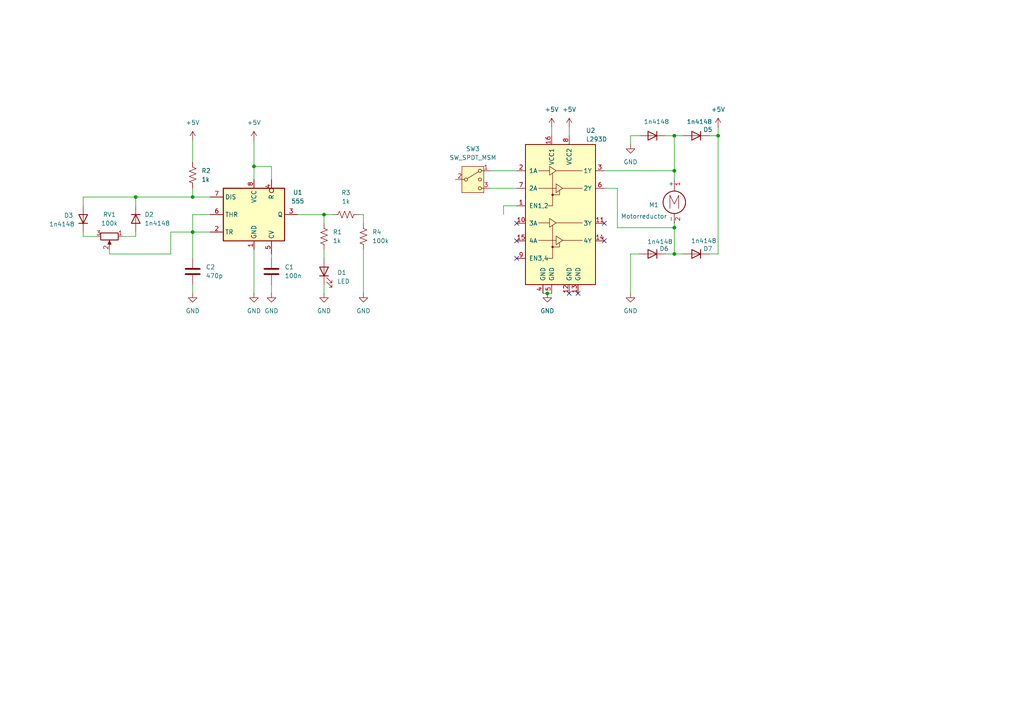
<source format=kicad_sch>
(kicad_sch (version 20250114) (generator "eeschema") (generator_version "9.0")
  (paper "A4")
  (lib_symbols
    (symbol "555_ordenado:555_wellOriented"
      (property "Reference" "U" (at 0 1.27 0))
      (property "Value" "555" (at 0 -0.762 0))
      (symbol "555_wellOriented_0_0"
        (pin power_in line (at 0 10.16 270) (length 2.54) (name "VCC") (number "8"))
        (pin power_in line (at 0 -10.16 90) (length 2.54) (name "GND") (number "1"))
      )
      (symbol "555_wellOriented_0_1"
        (rectangle (start -8.89 -7.62) (end 8.89 7.62) (stroke (width 0.254)) (fill (type background)))
        (rectangle (start -8.89 -7.62) (end 8.89 7.62) (stroke (width 0.254)) (fill (type background)))
      )
      (symbol "555_wellOriented_1_1"
        (pin input line (at -12.7 5.08 0) (length 3.81) (name "DIS") (number "7"))
        (pin input line (at -12.7 0 0) (length 3.81) (name "THR") (number "6"))
        (pin input line (at -12.7 -5.08 0) (length 3.81) (name "TR") (number "2"))
        (pin input inverted (at 5.08 10.16 270) (length 3.81) (name "R") (number "4"))
        (pin input line (at 5.08 -11.43 90) (length 3.81) (name "CV") (number "5"))
        (pin output line (at 12.7 0 180) (length 3.81) (name "Q") (number "3"))
      )
    )
    (symbol "Device:C" (pin_numbers (hide yes)) (pin_names (offset 0.254))
      (property "Reference" "C" (at 0.635 2.54 0))
      (property "Value" "C" (at 0.635 -2.54 0))
      (symbol "C_0_1"
        (polyline (pts (xy -2.032 0.762) (xy 2.032 0.762)) (stroke (width 0.508)))
        (polyline (pts (xy -2.032 -0.762) (xy 2.032 -0.762)) (stroke (width 0.508)))
      )
      (symbol "C_1_1"
        (pin passive line (at 0 3.81 270) (length 2.794) (name "~") (number "1"))
        (pin passive line (at 0 -3.81 90) (length 2.794) (name "~") (number "2"))
      )
    )
    (symbol "Device:LED" (pin_numbers (hide yes)) (pin_names (offset 1.016) (hide yes))
      (property "Reference" "D" (at 0 2.54 0))
      (property "Value" "LED" (at 0 -2.54 0))
      (symbol "LED_0_1"
        (polyline (pts (xy -3.048 -0.762) (xy -4.572 -2.286) (xy -3.81 -2.286) (xy -4.572 -2.286) (xy -4.572 -1.524)))
        (polyline (pts (xy -1.778 -0.762) (xy -3.302 -2.286) (xy -2.54 -2.286) (xy -3.302 -2.286) (xy -3.302 -1.524)))
        (polyline (pts (xy -1.27 0) (xy 1.27 0)))
        (polyline (pts (xy -1.27 -1.27) (xy -1.27 1.27)) (stroke (width 0.254)))
        (polyline (pts (xy 1.27 -1.27) (xy 1.27 1.27) (xy -1.27 0) (xy 1.27 -1.27)) (stroke (width 0.254)))
      )
      (symbol "LED_1_1"
        (pin passive line (at -3.81 0 0) (length 2.54) (name "K") (number "1"))
        (pin passive line (at 3.81 0 180) (length 2.54) (name "A") (number "2"))
      )
    )
    (symbol "Device:R_Potentiometer" (pin_names (offset 1.016) (hide yes))
      (property "Reference" "RV" (at -4.445 0 90))
      (property "Value" "R_Potentiometer" (at -2.54 0 90))
      (symbol "R_Potentiometer_0_1"
        (rectangle (start 1.016 2.54) (end -1.016 -2.54) (stroke (width 0.254)))
        (polyline (pts (xy 1.143 0) (xy 2.286 0.508) (xy 2.286 -0.508) (xy 1.143 0)) (fill (type outline)))
        (polyline (pts (xy 2.54 0) (xy 1.524 0)))
      )
      (symbol "R_Potentiometer_1_1"
        (pin passive line (at 0 3.81 270) (length 1.27) (name "1") (number "1"))
        (pin passive line (at 0 -3.81 90) (length 1.27) (name "3") (number "3"))
        (pin passive line (at 3.81 0 180) (length 1.27) (name "2") (number "2"))
      )
    )
    (symbol "Device:R_US" (pin_numbers (hide yes)) (pin_names (offset 0))
      (property "Reference" "R" (at 2.54 0 90))
      (property "Value" "R_US" (at -2.54 0 90))
      (symbol "R_US_0_1"
        (polyline (pts (xy 0 2.286) (xy 0 2.54)))
        (polyline (pts (xy 0 2.286) (xy 1.016 1.905) (xy 0 1.524) (xy -1.016 1.143) (xy 0 0.762)))
        (polyline (pts (xy 0 0.762) (xy 1.016 0.381) (xy 0 0) (xy -1.016 -0.381) (xy 0 -0.762)))
        (polyline (pts (xy 0 -0.762) (xy 1.016 -1.143) (xy 0 -1.524) (xy -1.016 -1.905) (xy 0 -2.286)))
        (polyline (pts (xy 0 -2.286) (xy 0 -2.54)))
      )
      (symbol "R_US_1_1"
        (pin passive line (at 0 3.81 270) (length 1.27) (name "~") (number "1"))
        (pin passive line (at 0 -3.81 90) (length 1.27) (name "~") (number "2"))
      )
    )
    (symbol "Diode:1N4148WT" (pin_numbers (hide yes)) (pin_names (hide yes))
      (property "Reference" "D" (at 0 2.54 0))
      (property "Value" "1N4148WT" (at 0 -2.54 0))
      (symbol "1N4148WT_0_1"
        (polyline (pts (xy -1.27 1.27) (xy -1.27 -1.27)) (stroke (width 0.254)))
        (polyline (pts (xy 1.27 1.27) (xy 1.27 -1.27) (xy -1.27 0) (xy 1.27 1.27)) (stroke (width 0.254)))
        (polyline (pts (xy 1.27 0) (xy -1.27 0)))
      )
      (symbol "1N4148WT_1_1"
        (pin passive line (at -3.81 0 0) (length 2.54) (name "K") (number "1"))
        (pin passive line (at 3.81 0 180) (length 2.54) (name "A") (number "2"))
      )
    )
    (symbol "Driver_Motor:L293D" (pin_names (offset 1.016))
      (property "Reference" "U" (at -5.08 26.035 0))
      (property "Value" "L293D" (at -5.08 24.13 0))
      (symbol "L293D_0_1"
        (rectangle (start -10.16 22.86) (end 10.16 -17.78) (stroke (width 0.254)) (fill (type background)))
        (polyline (pts (xy -6.35 15.24) (xy -3.175 15.24)))
        (polyline (pts (xy -6.35 10.16) (xy -1.27 10.16)))
        (polyline (pts (xy -6.35 0.127) (xy -3.175 0.127)))
        (polyline (pts (xy -6.35 -4.953) (xy -1.27 -4.953)))
        (polyline (pts (xy -3.175 16.51) (xy -3.175 13.97) (xy -1.27 15.24) (xy -3.175 16.51)))
        (polyline (pts (xy -3.175 1.397) (xy -3.175 -1.143) (xy -1.27 0.127) (xy -3.175 1.397)))
        (polyline (pts (xy -2.286 14.478) (xy -2.286 5.08) (xy -3.556 5.08)))
        (circle (center -2.286 8.255) (radius 0.254) (fill (type outline)))
        (polyline (pts (xy -2.286 8.255) (xy -0.254 8.255) (xy -0.254 9.525)))
        (polyline (pts (xy -2.286 -0.635) (xy -2.286 -10.16) (xy -3.556 -10.16)))
        (circle (center -2.286 -6.858) (radius 0.254) (fill (type outline)))
        (polyline (pts (xy -2.286 -6.858) (xy -0.254 -6.858) (xy -0.254 -5.588)))
        (polyline (pts (xy -1.27 15.24) (xy 6.35 15.24)))
        (polyline (pts (xy -1.27 11.43) (xy -1.27 8.89) (xy 0.635 10.16) (xy -1.27 11.43)))
        (polyline (pts (xy -1.27 0.127) (xy 6.35 0.127)))
        (polyline (pts (xy -1.27 -3.683) (xy -1.27 -6.223) (xy 0.635 -4.953) (xy -1.27 -3.683)))
        (polyline (pts (xy 0.635 10.16) (xy 6.35 10.16)))
        (polyline (pts (xy 0.635 -4.953) (xy 6.35 -4.953)))
      )
      (symbol "L293D_1_1"
        (pin input line (at -12.7 15.24 0) (length 2.54) (name "1A") (number "2"))
        (pin input line (at -12.7 10.16 0) (length 2.54) (name "2A") (number "7"))
        (pin input line (at -12.7 5.08 0) (length 2.54) (name "EN1,2") (number "1"))
        (pin input line (at -12.7 0 0) (length 2.54) (name "3A") (number "10"))
        (pin input line (at -12.7 -5.08 0) (length 2.54) (name "4A") (number "15"))
        (pin input line (at -12.7 -10.16 0) (length 2.54) (name "EN3,4") (number "9"))
        (pin power_in line (at -5.08 -20.32 90) (length 2.54) (name "GND") (number "4"))
        (pin power_in line (at -2.54 25.4 270) (length 2.54) (name "VCC1") (number "16"))
        (pin power_in line (at -2.54 -20.32 90) (length 2.54) (name "GND") (number "5"))
        (pin power_in line (at 2.54 25.4 270) (length 2.54) (name "VCC2") (number "8"))
        (pin power_in line (at 2.54 -20.32 90) (length 2.54) (name "GND") (number "12"))
        (pin power_in line (at 5.08 -20.32 90) (length 2.54) (name "GND") (number "13"))
        (pin output line (at 12.7 15.24 180) (length 2.54) (name "1Y") (number "3"))
        (pin output line (at 12.7 10.16 180) (length 2.54) (name "2Y") (number "6"))
        (pin output line (at 12.7 0 180) (length 2.54) (name "3Y") (number "11"))
        (pin output line (at 12.7 -5.08 180) (length 2.54) (name "4Y") (number "14"))
      )
    )
    (symbol "Motor:Motor_DC" (pin_names (offset 0))
      (property "Reference" "M" (at 2.54 2.54 0))
      (property "Value" "Motor_DC" (at 2.54 -5.08 0))
      (symbol "Motor_DC_0_0"
        (polyline (pts (xy -1.27 -3.302) (xy -1.27 0.508) (xy 0 -2.032) (xy 1.27 0.508) (xy 1.27 -3.302)))
      )
      (symbol "Motor_DC_0_1"
        (polyline (pts (xy 0 2.032) (xy 0 2.54)))
        (polyline (pts (xy 0 1.7272) (xy 0 2.0828)))
        (circle (center 0 -1.524) (radius 3.2512) (stroke (width 0.254)))
        (polyline (pts (xy 0 -4.7752) (xy 0 -5.1816)))
        (polyline (pts (xy 0 -7.62) (xy 0 -7.112)))
      )
      (symbol "Motor_DC_1_1"
        (pin passive line (at 0 5.08 270) (length 2.54) (name "+") (number "1"))
        (pin passive line (at 0 -7.62 90) (length 2.54) (name "-") (number "2"))
      )
    )
    (symbol "Switch:SW_SPDT_MSM" (pin_names (offset 0) (hide yes))
      (property "Reference" "SW" (at 0 5.08 0))
      (property "Value" "SW_SPDT_MSM" (at 0 -5.08 0))
      (symbol "SW_SPDT_MSM_0_1"
        (circle (center -2.032 0) (radius 0.4572))
        (polyline (pts (xy -1.651 0.254) (xy 1.651 2.286)))
        (circle (center 2.032 2.54) (radius 0.4572))
        (circle (center 2.032 0) (radius 0.4572))
        (circle (center 2.032 -2.54) (radius 0.4572))
      )
      (symbol "SW_SPDT_MSM_1_1"
        (rectangle (start -3.175 3.81) (end 3.175 -3.81) (fill (type background)))
        (pin passive line (at -5.08 0 0) (length 2.54) (name "3") (number "2"))
        (pin passive line (at 5.08 2.54 180) (length 2.54) (name "1") (number "1"))
        (pin passive line (at 5.08 -2.54 180) (length 2.54) (name "4") (number "3"))
      )
    )
    (symbol "power:+5V" (power) (pin_numbers (hide yes)) (pin_names (offset 0) (hide yes))
      (property "Value" "+5V" (at 0 3.556 0))
      (symbol "+5V_0_1"
        (polyline (pts (xy -0.762 1.27) (xy 0 2.54)))
        (polyline (pts (xy 0 2.54) (xy 0.762 1.27)))
        (polyline (pts (xy 0 0) (xy 0 2.54)))
      )
      (symbol "+5V_1_1"
        (pin power_in line (at 0 0 90) (length 0) (name "~") (number "1"))
      )
    )
    (symbol "power:GND" (power) (pin_numbers (hide yes)) (pin_names (offset 0) (hide yes))
      (property "Value" "GND" (at 0 -3.81 0))
      (symbol "GND_0_1"
        (polyline (pts (xy 0 0) (xy 0 -1.27) (xy 1.27 -1.27) (xy 0 -2.54) (xy -1.27 -1.27) (xy 0 -1.27)))
      )
      (symbol "GND_1_1"
        (pin power_in line (at 0 0 270) (length 0) (name "~") (number "1"))
      )
    )
  )
  (junction (at 195.58 73.66))
  (junction (at 55.88 57.15))
  (junction (at 195.58 66.04))
  (junction (at 93.98 62.23))
  (junction (at 195.58 49.53))
  (junction (at 73.66 48.26))
  (junction (at 39.37 57.15))
  (junction (at 55.88 67.31))
  (junction (at 208.28 39.37))
  (junction (at 158.75 85.09))
  (junction (at 195.58 39.37))
  (no_connect (at 175.26 69.85))
  (no_connect (at 175.26 64.77))
  (no_connect (at 149.86 64.77))
  (no_connect (at 167.64 85.09))
  (no_connect (at 149.86 69.85))
  (no_connect (at 149.86 74.93))
  (no_connect (at 165.1 85.09))
  (wire (pts (xy 60.96 62.23) (xy 55.88 62.23)))
  (wire (pts (xy 78.74 82.55) (xy 78.74 85.09)))
  (wire (pts (xy 31.75 73.66) (xy 31.75 72.39)))
  (wire (pts (xy 39.37 68.58) (xy 35.56 68.58)))
  (wire (pts (xy 105.41 64.77) (xy 105.41 62.23)))
  (wire (pts (xy 24.13 68.58) (xy 24.13 67.31)))
  (wire (pts (xy 149.86 59.69) (xy 146.05 59.69)))
  (wire (pts (xy 86.36 62.23) (xy 93.98 62.23)))
  (wire (pts (xy 73.66 72.39) (xy 73.66 85.09)))
  (wire (pts (xy 24.13 57.15) (xy 24.13 59.69)))
  (wire (pts (xy 179.07 54.61) (xy 179.07 66.04)))
  (wire (pts (xy 39.37 57.15) (xy 39.37 59.69)))
  (wire (pts (xy 175.26 49.53) (xy 195.58 49.53)))
  (wire (pts (xy 39.37 67.31) (xy 39.37 68.58)))
  (wire (pts (xy 198.12 73.66) (xy 195.58 73.66)))
  (wire (pts (xy 60.96 57.15) (xy 55.88 57.15)))
  (wire (pts (xy 93.98 82.55) (xy 93.98 85.09)))
  (wire (pts (xy 93.98 64.77) (xy 93.98 62.23)))
  (wire (pts (xy 205.74 39.37) (xy 208.28 39.37)))
  (wire (pts (xy 160.02 36.83) (xy 160.02 39.37)))
  (wire (pts (xy 55.88 54.61) (xy 55.88 57.15)))
  (wire (pts (xy 55.88 67.31) (xy 49.53 67.31)))
  (wire (pts (xy 195.58 49.53) (xy 195.58 52.07)))
  (wire (pts (xy 78.74 74.93) (xy 78.74 73.66)))
  (wire (pts (xy 49.53 73.66) (xy 31.75 73.66)))
  (wire (pts (xy 182.88 39.37) (xy 182.88 41.91)))
  (wire (pts (xy 195.58 39.37) (xy 195.58 49.53)))
  (wire (pts (xy 193.04 39.37) (xy 195.58 39.37)))
  (wire (pts (xy 195.58 39.37) (xy 198.12 39.37)))
  (wire (pts (xy 93.98 62.23) (xy 96.52 62.23)))
  (wire (pts (xy 208.28 39.37) (xy 208.28 73.66)))
  (wire (pts (xy 78.74 52.07) (xy 78.74 48.26)))
  (wire (pts (xy 182.88 73.66) (xy 185.42 73.66)))
  (wire (pts (xy 193.04 73.66) (xy 195.58 73.66)))
  (wire (pts (xy 205.74 73.66) (xy 208.28 73.66)))
  (wire (pts (xy 39.37 57.15) (xy 55.88 57.15)))
  (wire (pts (xy 142.24 49.53) (xy 149.86 49.53)))
  (wire (pts (xy 208.28 36.83) (xy 208.28 39.37)))
  (wire (pts (xy 73.66 40.64) (xy 73.66 48.26)))
  (wire (pts (xy 158.75 85.09) (xy 160.02 85.09)))
  (wire (pts (xy 55.88 40.64) (xy 55.88 46.99)))
  (wire (pts (xy 78.74 48.26) (xy 73.66 48.26)))
  (wire (pts (xy 49.53 67.31) (xy 49.53 73.66)))
  (wire (pts (xy 195.58 66.04) (xy 195.58 73.66)))
  (wire (pts (xy 158.75 85.09) (xy 157.48 85.09)))
  (wire (pts (xy 73.66 48.26) (xy 73.66 52.07)))
  (wire (pts (xy 142.24 54.61) (xy 149.86 54.61)))
  (wire (pts (xy 55.88 74.93) (xy 55.88 67.31)))
  (wire (pts (xy 55.88 67.31) (xy 60.96 67.31)))
  (wire (pts (xy 195.58 64.77) (xy 195.58 66.04)))
  (wire (pts (xy 104.14 62.23) (xy 105.41 62.23)))
  (wire (pts (xy 146.05 59.69) (xy 146.05 62.23)))
  (wire (pts (xy 185.42 39.37) (xy 182.88 39.37)))
  (wire (pts (xy 27.94 68.58) (xy 24.13 68.58)))
  (wire (pts (xy 182.88 85.09) (xy 182.88 73.66)))
  (wire (pts (xy 175.26 54.61) (xy 179.07 54.61)))
  (wire (pts (xy 93.98 74.93) (xy 93.98 72.39)))
  (wire (pts (xy 105.41 72.39) (xy 105.41 85.09)))
  (wire (pts (xy 179.07 66.04) (xy 195.58 66.04)))
  (wire (pts (xy 55.88 82.55) (xy 55.88 85.09)))
  (wire (pts (xy 55.88 62.23) (xy 55.88 67.31)))
  (wire (pts (xy 24.13 57.15) (xy 39.37 57.15)))
  (wire (pts (xy 165.1 36.83) (xy 165.1 39.37)))
  (symbol (lib_id "power:+5V") (at 73.66 40.64 0) (unit 1)
    (property "Reference" "#PWR05" (effects (hide yes)))
    (property "Value" "+5V" (at 73.66 35.56 0))
    (property "Description" "Power symbol creates a global label with name \"+5V\"" (effects (hide yes)))
  )
  (symbol (lib_id "Device:R_US") (at 93.98 68.58 0) (unit 1)
    (property "Reference" "R1" (at 96.52 67.3099 0) (effects (justify left)))
    (property "Value" "1k" (at 96.52 69.8499 0) (effects (justify left)))
    (property "Description" "Resistor, US symbol" (effects (hide yes)))
  )
  (symbol (lib_id "Diode:1N4148WT") (at 201.93 73.66 0) (mirror y) (unit 1)
    (property "Reference" "D7" (at 203.962 72.136 0) (effects (justify right)))
    (property "Value" "1n4148" (at 200.406 69.85 0) (effects (justify right)))
    (property "Footprint" "Diode_SMD:D_SOD-523" (effects (hide yes)))
    (property "Datasheet" "https://www.diodes.com/assets/Datasheets/ds30396.pdf" (effects (hide yes)))
    (property "Description" "75V 0.15A Fast switching Diode, SOD-523" (effects (hide yes)))
    (property "Sim.Device" "D" (effects (hide yes)))
    (property "Sim.Pins" "1=K 2=A" (effects (hide yes)))
  )
  (symbol (lib_id "power:GND") (at 78.74 85.09 0) (unit 1)
    (property "Reference" "#PWR04" (effects (hide yes)))
    (property "Value" "GND" (at 78.74 90.17 0))
    (property "Description" "Power symbol creates a global label with name \"GND\" , ground" (effects (hide yes)))
  )
  (symbol (lib_id "Device:C") (at 55.88 78.74 0) (unit 1)
    (property "Reference" "C2" (at 59.69 77.4699 0) (effects (justify left)))
    (property "Value" "470p" (at 59.69 80.0099 0) (effects (justify left)))
    (property "Description" "Unpolarized capacitor" (effects (hide yes)))
  )
  (symbol (lib_id "Driver_Motor:L293D") (at 162.56 64.77 0) (unit 1)
    (property "Reference" "U2" (at 169.926 37.846 0) (effects (justify left)))
    (property "Value" "L293D" (at 169.926 40.386 0) (effects (justify left)))
    (property "Footprint" "Package_DIP:DIP-16_W7.62mm" (effects (hide yes)))
    (property "Datasheet" "http://www.ti.com/lit/ds/symlink/l293.pdf" (effects (hide yes)))
    (property "Description" "Quadruple Half-H Drivers" (effects (hide yes)))
  )
  (symbol (lib_id "power:GND") (at 182.88 85.09 0) (unit 1)
    (property "Reference" "#PWR010" (effects (hide yes)))
    (property "Value" "GND" (at 182.88 90.17 0))
    (property "Description" "Power symbol creates a global label with name \"GND\" , ground" (effects (hide yes)))
  )
  (symbol (lib_id "Device:LED") (at 93.98 78.74 90) (unit 1)
    (property "Reference" "D1" (at 97.79 79.0574 90) (effects (justify right)))
    (property "Value" "LED" (at 97.79 81.5974 90) (effects (justify right)))
    (property "Description" "Light emitting diode" (effects (hide yes)))
    (property "Sim.Pins" "1=K 2=A" (effects (hide yes)))
  )
  (symbol (lib_id "power:GND") (at 93.98 85.09 0) (unit 1)
    (property "Reference" "#PWR01" (effects (hide yes)))
    (property "Value" "GND" (at 93.98 90.17 0))
    (property "Description" "Power symbol creates a global label with name \"GND\" , ground" (effects (hide yes)))
  )
  (symbol (lib_id "power:GND") (at 182.88 41.91 0) (unit 1)
    (property "Reference" "#PWR017" (effects (hide yes)))
    (property "Value" "GND" (at 182.88 46.99 0))
    (property "Description" "Power symbol creates a global label with name \"GND\" , ground" (effects (hide yes)))
  )
  (symbol (lib_id "Device:C") (at 78.74 78.74 0) (unit 1)
    (property "Reference" "C1" (at 82.55 77.4699 0) (effects (justify left)))
    (property "Value" "100n" (at 82.55 80.0099 0) (effects (justify left)))
    (property "Description" "Unpolarized capacitor" (effects (hide yes)))
  )
  (symbol (lib_id "Diode:1N4148WT") (at 189.23 73.66 0) (mirror y) (unit 1)
    (property "Reference" "D6" (at 191.262 72.136 0) (effects (justify right)))
    (property "Value" "1n4148" (at 187.706 70.104 0) (effects (justify right)))
    (property "Footprint" "Diode_SMD:D_SOD-523" (effects (hide yes)))
    (property "Datasheet" "https://www.diodes.com/assets/Datasheets/ds30396.pdf" (effects (hide yes)))
    (property "Description" "75V 0.15A Fast switching Diode, SOD-523" (effects (hide yes)))
    (property "Sim.Device" "D" (effects (hide yes)))
    (property "Sim.Pins" "1=K 2=A" (effects (hide yes)))
  )
  (symbol (lib_id "Device:R_US") (at 105.41 68.58 0) (unit 1)
    (property "Reference" "R4" (at 107.95 67.3099 0) (effects (justify left)))
    (property "Value" "100k" (at 107.95 69.8499 0) (effects (justify left)))
    (property "Description" "Resistor, US symbol" (effects (hide yes)))
  )
  (symbol (lib_id "power:GND") (at 105.41 85.09 0) (unit 1)
    (property "Reference" "#PWR08" (effects (hide yes)))
    (property "Value" "GND" (at 105.41 90.17 0))
    (property "Description" "Power symbol creates a global label with name \"GND\" , ground" (effects (hide yes)))
  )
  (symbol (lib_id "Device:R_US") (at 55.88 50.8 0) (unit 1)
    (property "Reference" "R2" (at 58.42 49.5299 0) (effects (justify left)))
    (property "Value" "1k" (at 58.42 52.0699 0) (effects (justify left)))
    (property "Description" "Resistor, US symbol" (effects (hide yes)))
  )
  (symbol (lib_id "Diode:1N4148WT") (at 189.23 39.37 0) (mirror y) (unit 1)
    (property "Reference" "D4" (effects (hide yes)))
    (property "Value" "1n4148" (at 186.69 35.306 0) (effects (justify right)))
    (property "Footprint" "Diode_SMD:D_SOD-523" (effects (hide yes)))
    (property "Datasheet" "https://www.diodes.com/assets/Datasheets/ds30396.pdf" (effects (hide yes)))
    (property "Description" "75V 0.15A Fast switching Diode, SOD-523" (effects (hide yes)))
    (property "Sim.Device" "D" (effects (hide yes)))
    (property "Sim.Pins" "1=K 2=A" (effects (hide yes)))
  )
  (symbol (lib_id "power:GND") (at 158.75 85.09 0) (unit 1)
    (property "Reference" "#PWR019" (effects (hide yes)))
    (property "Value" "GND" (at 158.75 90.17 0))
    (property "Description" "Power symbol creates a global label with name \"GND\" , ground" (effects (hide yes)))
  )
  (symbol (lib_id "Device:R_Potentiometer") (at 31.75 68.58 270) (unit 1)
    (property "Reference" "RV1" (at 31.75 62.23 90))
    (property "Value" "100k" (at 31.75 64.77 90))
    (property "Description" "Potentiometer" (effects (hide yes)))
  )
  (symbol (lib_id "power:GND") (at 73.66 85.09 0) (unit 1)
    (property "Reference" "#PWR03" (effects (hide yes)))
    (property "Value" "GND" (at 73.66 90.17 0))
    (property "Description" "Power symbol creates a global label with name \"GND\" , ground" (effects (hide yes)))
  )
  (symbol (lib_id "Switch:SW_SPDT_MSM") (at 137.16 52.07 0) (unit 1)
    (property "Reference" "SW3" (at 137.16 43.18 0))
    (property "Value" "SW_SPDT_MSM" (at 137.16 45.72 0))
    (property "Description" "Switch, single pole double throw, center OFF position" (effects (hide yes)))
  )
  (symbol (lib_id "Device:R_US") (at 100.33 62.23 90) (unit 1)
    (property "Reference" "R3" (at 100.33 55.88 90))
    (property "Value" "1k" (at 100.33 58.42 90))
    (property "Description" "Resistor, US symbol" (effects (hide yes)))
  )
  (symbol (lib_id "power:GND") (at 55.88 85.09 0) (unit 1)
    (property "Reference" "#PWR07" (effects (hide yes)))
    (property "Value" "GND" (at 55.88 90.17 0))
    (property "Description" "Power symbol creates a global label with name \"GND\" , ground" (effects (hide yes)))
  )
  (symbol (lib_id "Motor:Motor_DC") (at 195.58 57.15 0) (unit 1)
    (property "Reference" "M1" (at 188.214 59.436 0) (effects (justify left)))
    (property "Value" "Motorreductor" (at 180.086 62.738 0) (effects (justify left)))
    (property "Description" "DC Motor" (effects (hide yes)))
  )
  (symbol (lib_id "Diode:1N4148WT") (at 24.13 63.5 90) (unit 1)
    (property "Reference" "D3" (at 18.542 62.484 90) (effects (justify right)))
    (property "Value" "1n4148" (at 14.224 65.024 90) (effects (justify right)))
    (property "Footprint" "Diode_SMD:D_SOD-523" (effects (hide yes)))
    (property "Datasheet" "https://www.diodes.com/assets/Datasheets/ds30396.pdf" (effects (hide yes)))
    (property "Description" "75V 0.15A Fast switching Diode, SOD-523" (effects (hide yes)))
    (property "Sim.Device" "D" (effects (hide yes)))
    (property "Sim.Pins" "1=K 2=A" (effects (hide yes)))
  )
  (symbol (lib_id "Diode:1N4148WT") (at 201.93 39.37 0) (mirror y) (unit 1)
    (property "Reference" "D5" (at 203.962 37.592 0) (effects (justify right)))
    (property "Value" "1n4148" (at 199.136 35.306 0) (effects (justify right)))
    (property "Footprint" "Diode_SMD:D_SOD-523" (effects (hide yes)))
    (property "Datasheet" "https://www.diodes.com/assets/Datasheets/ds30396.pdf" (effects (hide yes)))
    (property "Description" "75V 0.15A Fast switching Diode, SOD-523" (effects (hide yes)))
    (property "Sim.Device" "D" (effects (hide yes)))
    (property "Sim.Pins" "1=K 2=A" (effects (hide yes)))
  )
  (symbol (lib_id "power:+5V") (at 160.02 36.83 0) (unit 1)
    (property "Reference" "#PWR011" (effects (hide yes)))
    (property "Value" "+5V" (at 160.02 31.75 0))
    (property "Description" "Power symbol creates a global label with name \"+5V\"" (effects (hide yes)))
  )
  (symbol (lib_id "power:+5V") (at 165.1 36.83 0) (unit 1)
    (property "Reference" "#PWR012" (effects (hide yes)))
    (property "Value" "+5V" (at 165.1 31.75 0))
    (property "Description" "Power symbol creates a global label with name \"+5V\"" (effects (hide yes)))
  )
  (symbol (lib_id "Diode:1N4148WT") (at 39.37 63.5 270) (unit 1)
    (property "Reference" "D2" (at 41.91 62.2299 90) (effects (justify left)))
    (property "Value" "1n4148" (at 41.91 64.7699 90) (effects (justify left)))
    (property "Footprint" "Diode_SMD:D_SOD-523" (effects (hide yes)))
    (property "Datasheet" "https://www.diodes.com/assets/Datasheets/ds30396.pdf" (effects (hide yes)))
    (property "Description" "75V 0.15A Fast switching Diode, SOD-523" (effects (hide yes)))
    (property "Sim.Device" "D" (effects (hide yes)))
    (property "Sim.Pins" "1=K 2=A" (effects (hide yes)))
  )
  (symbol (lib_id "555_ordenado:555_wellOriented") (at 73.66 62.23 0) (unit 1)
    (property "Reference" "U1" (at 86.36 55.8098 0))
    (property "Value" "555" (at 86.36 58.3498 0))
    (property "Footprint" "Package_DIP:DIP-8_W7.62mm_Socket_LongPads" (effects (hide yes)))
  )
  (symbol (lib_id "power:+5V") (at 208.28 36.83 0) (unit 1)
    (property "Reference" "#PWR013" (effects (hide yes)))
    (property "Value" "+5V" (at 208.28 31.75 0))
    (property "Description" "Power symbol creates a global label with name \"+5V\"" (effects (hide yes)))
  )
  (symbol (lib_id "power:+5V") (at 55.88 40.64 0) (unit 1)
    (property "Reference" "#PWR06" (effects (hide yes)))
    (property "Value" "+5V" (at 55.88 35.56 0))
    (property "Description" "Power symbol creates a global label with name \"+5V\"" (effects (hide yes)))
  )
)
</source>
